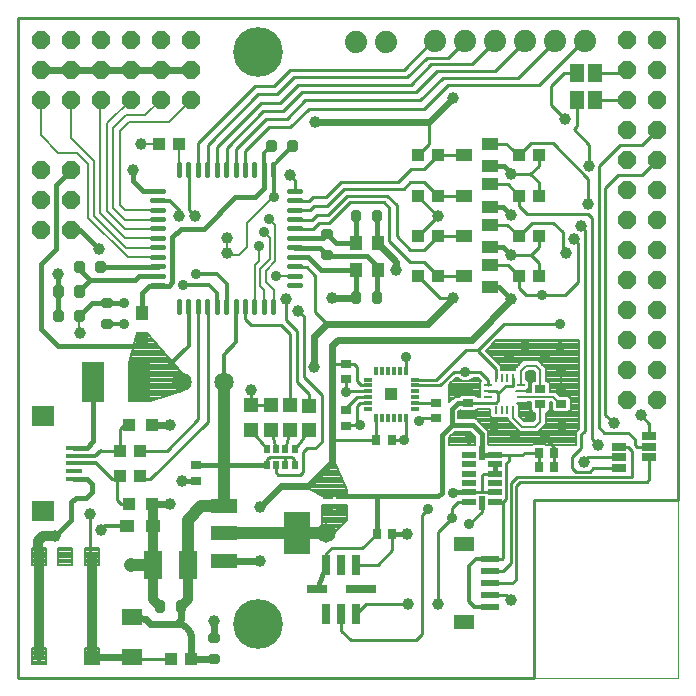
<source format=gtl>
G75*
G70*
%OFA0B0*%
%FSLAX24Y24*%
%IPPOS*%
%LPD*%
%AMOC8*
5,1,8,0,0,1.08239X$1,22.5*
%
%ADD10C,0.0000*%
%ADD11C,0.0100*%
%ADD12R,0.0118X0.0315*%
%ADD13R,0.0315X0.0118*%
%ADD14R,0.0394X0.0394*%
%ADD15R,0.0472X0.0197*%
%ADD16R,0.0197X0.0472*%
%ADD17R,0.0276X0.0354*%
%ADD18R,0.0354X0.0276*%
%ADD19R,0.0256X0.0110*%
%ADD20R,0.0110X0.0256*%
%ADD21R,0.0709X0.0472*%
%ADD22R,0.0610X0.0236*%
%ADD23C,0.0740*%
%ADD24OC8,0.0610*%
%ADD25R,0.0472X0.0472*%
%ADD26C,0.0283*%
%ADD27R,0.0748X0.1339*%
%ADD28R,0.0472X0.0394*%
%ADD29R,0.0394X0.0472*%
%ADD30C,0.0142*%
%ADD31C,0.0394*%
%ADD32R,0.0630X0.0945*%
%ADD33C,0.0083*%
%ADD34R,0.0197X0.0256*%
%ADD35R,0.0413X0.0512*%
%ADD36R,0.0709X0.0551*%
%ADD37R,0.0984X0.0315*%
%ADD38R,0.0657X0.0315*%
%ADD39R,0.0315X0.0657*%
%ADD40R,0.0460X0.0630*%
%ADD41OC8,0.0600*%
%ADD42R,0.0500X0.0250*%
%ADD43R,0.0551X0.0394*%
%ADD44R,0.0433X0.0394*%
%ADD45R,0.0880X0.0480*%
%ADD46R,0.0866X0.1417*%
%ADD47R,0.0394X0.0433*%
%ADD48R,0.0551X0.0138*%
%ADD49R,0.0748X0.0709*%
%ADD50C,0.0160*%
%ADD51C,0.0396*%
%ADD52C,0.0400*%
%ADD53C,0.0320*%
%ADD54C,0.0240*%
%ADD55C,0.0475*%
%ADD56C,0.0120*%
%ADD57C,0.0080*%
%ADD58C,0.0650*%
%ADD59C,0.0357*%
%ADD60C,0.1660*%
D10*
X000403Y002186D02*
X017603Y002186D01*
X022403Y002186D01*
X022403Y008111D01*
X022403Y008261D01*
X022403Y024186D01*
X000403Y024186D01*
X000403Y002186D01*
D11*
X000403Y024186D01*
X022403Y024186D01*
X022403Y008261D01*
X022403Y008111D01*
X017878Y008111D01*
X017603Y008111D01*
X017603Y002186D01*
X011003Y002186D01*
X000403Y002186D01*
X004208Y002811D02*
X005493Y002811D01*
X004208Y002811D02*
X004203Y002867D01*
X002858Y006230D02*
X002793Y006266D01*
X002793Y007646D01*
X003703Y008111D02*
X003825Y007989D01*
X004087Y007989D01*
X003703Y008111D02*
X003703Y008821D01*
X003793Y008911D01*
X003695Y008814D01*
X003525Y008814D01*
X004462Y008911D02*
X004560Y008814D01*
X004810Y008814D01*
X006723Y010726D01*
X006723Y014553D01*
X006408Y014553D02*
X006408Y010801D01*
X005373Y009766D01*
X004467Y009766D01*
X004462Y009761D01*
X003803Y009771D02*
X003803Y010486D01*
X003928Y010611D01*
X004084Y010611D01*
X003803Y009771D02*
X003793Y009761D01*
X003153Y009761D01*
X007982Y014136D02*
X007982Y014553D01*
X007982Y014136D02*
X008163Y013956D01*
X009153Y013956D01*
X009458Y013651D01*
X009458Y011270D01*
X008823Y011275D02*
X008818Y011280D01*
X008183Y011280D01*
X008183Y011796D01*
X008183Y010453D02*
X008685Y009812D01*
X008833Y009546D02*
X009313Y009546D01*
X009313Y009283D01*
X009313Y009282D01*
X009314Y009281D01*
X009315Y009281D01*
X009473Y009546D02*
X009495Y009544D01*
X009517Y009540D01*
X009538Y009532D01*
X009558Y009521D01*
X009576Y009508D01*
X009592Y009492D01*
X009605Y009474D01*
X009616Y009454D01*
X009624Y009433D01*
X009628Y009411D01*
X009630Y009389D01*
X009630Y009281D01*
X009473Y009546D02*
X009313Y009546D01*
X009315Y009812D02*
X009458Y010443D01*
X008823Y010448D02*
X009000Y009812D01*
X008833Y009546D02*
X008810Y009544D01*
X008788Y009539D01*
X008766Y009530D01*
X008747Y009518D01*
X008729Y009503D01*
X008714Y009485D01*
X008702Y009466D01*
X008693Y009444D01*
X008688Y009422D01*
X008686Y009399D01*
X008685Y009399D02*
X008685Y009281D01*
X009000Y009281D02*
X009003Y009278D01*
X009003Y009036D01*
X009073Y008966D01*
X009803Y008966D01*
X009903Y009066D01*
X009903Y009726D01*
X010033Y009856D01*
X010313Y009856D01*
X010523Y010066D01*
X010523Y011606D01*
X009923Y012206D01*
X009923Y014246D01*
X009743Y014426D01*
X009333Y014116D02*
X009693Y013756D01*
X009693Y012066D01*
X010103Y011656D01*
X010103Y011265D01*
X010103Y010438D02*
X009630Y009812D01*
X010103Y010305D02*
X010103Y010438D01*
X010908Y010101D02*
X012342Y010101D01*
X012350Y010110D01*
X012350Y010854D01*
X012055Y011346D02*
X011802Y011346D01*
X011713Y011256D01*
X011713Y010696D01*
X011803Y010606D01*
X011353Y010606D01*
X011338Y010590D01*
X011338Y011102D02*
X011338Y011181D01*
X011699Y011543D01*
X012055Y011543D01*
X012055Y011740D02*
X011369Y011740D01*
X011343Y011726D01*
X011338Y011771D01*
X011338Y012135D01*
X011693Y012076D02*
X011693Y012536D01*
X011593Y012636D01*
X011348Y012636D01*
X011338Y012647D01*
X010883Y012647D01*
X010873Y012636D01*
X011693Y012076D02*
X011832Y011937D01*
X012055Y011937D01*
X013335Y012429D02*
X013335Y012894D01*
X013335Y012895D01*
X013334Y012896D01*
X013333Y012896D01*
X013630Y012133D02*
X014350Y012133D01*
X015328Y013111D01*
X015728Y013111D01*
X015728Y013086D01*
X016322Y012492D01*
X016322Y012191D01*
X016078Y012121D02*
X015813Y012386D01*
X015313Y012386D01*
X014923Y012386D01*
X014473Y011936D01*
X014273Y011936D01*
X014272Y011937D01*
X013630Y011937D01*
X013630Y011346D02*
X014336Y011346D01*
X014339Y011347D01*
X014341Y011349D01*
X014342Y011352D01*
X014329Y010854D02*
X013870Y010854D01*
X013763Y010746D01*
X013335Y010854D02*
X013335Y010168D01*
X013333Y010154D01*
X013329Y010141D01*
X013321Y010129D01*
X013312Y010120D01*
X013300Y010112D01*
X013287Y010108D01*
X013273Y010106D01*
X012858Y010106D01*
X012853Y010101D01*
X014329Y010854D02*
X014334Y010853D01*
X014339Y010850D01*
X014342Y010845D01*
X014343Y010840D01*
X014943Y011856D02*
X014983Y011857D01*
X015408Y011857D01*
X015418Y011356D02*
X016078Y011356D01*
X016322Y011356D01*
X016413Y011446D01*
X016413Y011676D01*
X016663Y011927D01*
X016913Y011927D01*
X016913Y012191D01*
X016413Y011676D02*
X016339Y011750D01*
X016078Y011750D01*
X016078Y011947D02*
X016078Y012121D01*
X015418Y011356D02*
X015408Y011345D01*
X015858Y009668D02*
X015897Y009629D01*
X016291Y009629D02*
X016728Y009629D01*
X016778Y009579D01*
X016778Y009436D01*
X016653Y009311D01*
X016653Y008136D01*
X016570Y008054D01*
X016503Y008054D01*
X016578Y007979D01*
X016578Y006186D01*
X016528Y006136D01*
X016138Y006136D01*
X016156Y005761D02*
X016138Y005743D01*
X016156Y005761D02*
X016578Y005761D01*
X016828Y006011D01*
X016828Y007486D01*
X016828Y008686D01*
X017028Y008886D01*
X017303Y008886D01*
X017353Y008886D01*
X020853Y008886D01*
X020853Y009761D01*
X020728Y009886D01*
X020428Y009886D01*
X020428Y009536D02*
X019403Y009536D01*
X019253Y009386D01*
X019578Y009186D02*
X019453Y009061D01*
X019003Y009061D01*
X018878Y009186D01*
X018878Y009561D01*
X019178Y009861D01*
X019178Y009911D01*
X019178Y010301D01*
X019258Y010381D01*
X019293Y010416D01*
X019293Y017126D01*
X019153Y017266D01*
X018933Y016806D02*
X019053Y016686D01*
X019053Y015376D01*
X018623Y014946D01*
X017883Y014946D01*
X017343Y014946D01*
X017093Y015196D01*
X017093Y015586D01*
X016744Y015960D01*
X016136Y015960D01*
X016843Y016276D02*
X017493Y016276D01*
X017762Y016546D01*
X017762Y016911D01*
X017538Y017356D02*
X017093Y016911D01*
X016694Y017285D01*
X016136Y017285D01*
X015269Y016911D02*
X014387Y016911D01*
X013937Y016461D01*
X013478Y016461D01*
X013028Y016911D01*
X013028Y017936D01*
X012703Y018261D01*
X011378Y018261D01*
X010728Y017611D01*
X010353Y017611D01*
X010207Y017466D01*
X009636Y017466D01*
X009636Y017151D02*
X010243Y017151D01*
X010428Y017336D01*
X010778Y017336D01*
X011478Y018036D01*
X012603Y018036D01*
X012778Y017861D01*
X012778Y016736D01*
X013478Y016036D01*
X013937Y016036D01*
X014387Y015586D01*
X015269Y015586D01*
X014893Y014836D02*
X014468Y014836D01*
X013718Y015586D01*
X013718Y016911D02*
X014393Y017586D01*
X014393Y017596D01*
X014383Y017596D01*
X013718Y018261D01*
X013937Y018711D02*
X013478Y018711D01*
X013253Y018486D01*
X011278Y018486D01*
X010703Y017911D01*
X010278Y017911D01*
X010147Y017781D01*
X009636Y017781D01*
X009636Y018096D02*
X010112Y018096D01*
X010228Y018211D01*
X010678Y018211D01*
X011178Y018711D01*
X013053Y018711D01*
X013503Y019161D01*
X013937Y019161D01*
X014387Y019611D01*
X015269Y019611D01*
X016136Y019985D02*
X016669Y019985D01*
X017093Y019611D01*
X017508Y020026D01*
X018223Y020026D01*
X019393Y018826D01*
X019393Y017996D01*
X019403Y017646D02*
X019523Y017526D01*
X019523Y010266D01*
X019523Y010141D01*
X019728Y009936D01*
X019928Y010361D02*
X020728Y010361D01*
X020953Y010136D01*
X020953Y009961D01*
X021028Y009886D01*
X021428Y009886D01*
X021303Y009836D01*
X021428Y009536D02*
X021428Y008836D01*
X021428Y008811D01*
X021353Y008711D01*
X019928Y008711D01*
X017353Y008711D01*
X017128Y008711D01*
X017003Y008586D01*
X017003Y008236D01*
X017003Y006286D01*
X017003Y005461D01*
X016878Y005336D01*
X016853Y005336D01*
X016150Y005336D01*
X016138Y005349D01*
X016138Y004955D02*
X016659Y004955D01*
X016828Y004786D01*
X014403Y004636D02*
X014403Y007056D01*
X014853Y007506D01*
X014853Y007846D01*
X015060Y008054D01*
X015424Y008054D01*
X015424Y008369D02*
X015828Y008369D01*
X015878Y008419D01*
X015878Y008936D01*
X015940Y008999D01*
X016291Y008999D01*
X016291Y008369D02*
X015828Y008369D01*
X015858Y008015D02*
X015858Y007721D01*
X015443Y007306D01*
X016291Y008054D02*
X016503Y008054D01*
X017767Y009201D02*
X017767Y009671D01*
X017279Y009671D01*
X017236Y009629D01*
X016728Y009629D01*
X017978Y010186D02*
X018278Y009885D01*
X018278Y009671D01*
X018278Y009201D01*
X019578Y009186D02*
X020428Y009186D01*
X019928Y010361D02*
X019753Y010536D01*
X019753Y010636D01*
X019753Y019261D01*
X020453Y019961D01*
X021203Y019961D01*
X021703Y020461D01*
X021703Y019461D02*
X021203Y018961D01*
X020403Y018961D01*
X019973Y018531D01*
X019973Y010966D01*
X020253Y010686D01*
X021103Y010936D02*
X021153Y010936D01*
X021428Y010661D01*
X021428Y010236D01*
X018473Y013976D02*
X016593Y013976D01*
X015728Y013111D01*
X014653Y013456D02*
X014633Y013436D01*
X017493Y016276D02*
X017762Y016007D01*
X017762Y015586D01*
X018553Y016476D02*
X018553Y017046D01*
X018243Y017356D01*
X017538Y017356D01*
X017373Y017646D02*
X019403Y017646D01*
X018553Y016476D02*
X018683Y016346D01*
X017373Y017646D02*
X017093Y017926D01*
X017093Y018261D01*
X016719Y018635D01*
X016136Y018635D01*
X016843Y018986D02*
X017483Y018986D01*
X017762Y018707D01*
X017762Y018261D01*
X017483Y018986D02*
X017762Y019266D01*
X017762Y019611D01*
X018923Y020476D02*
X019443Y019956D01*
X019443Y019266D01*
X018923Y020476D02*
X019023Y020576D01*
X019023Y021456D01*
X019028Y021461D01*
X019628Y021461D02*
X020703Y021461D01*
X020603Y022361D02*
X019628Y022361D01*
X019028Y022361D02*
X019023Y022356D01*
X018613Y022356D01*
X018158Y021902D01*
X018158Y021290D01*
X018418Y021031D01*
X018633Y020826D01*
X017773Y021966D02*
X019218Y023411D01*
X019293Y023411D01*
X018293Y023411D02*
X017078Y022196D01*
X014563Y022196D01*
X013803Y021436D01*
X009978Y021436D01*
X009353Y020811D01*
X008678Y020811D01*
X007668Y019801D01*
X007668Y019120D01*
X007982Y019120D02*
X007982Y019741D01*
X008778Y020536D01*
X009478Y020536D01*
X010103Y021161D01*
X013928Y021161D01*
X014733Y021966D01*
X017773Y021966D01*
X017293Y023411D02*
X016298Y022416D01*
X014358Y022416D01*
X013653Y021711D01*
X009853Y021711D01*
X009228Y021086D01*
X008578Y021086D01*
X007353Y019861D01*
X007353Y019120D01*
X007038Y019120D02*
X007038Y019896D01*
X008503Y021361D01*
X009128Y021361D01*
X009728Y021961D01*
X013503Y021961D01*
X014178Y022636D01*
X015518Y022636D01*
X016293Y023411D01*
X015293Y023411D02*
X014738Y022856D01*
X014023Y022856D01*
X013378Y022211D01*
X009603Y022211D01*
X009028Y021636D01*
X008403Y021636D01*
X006723Y019956D01*
X006723Y019120D01*
X006408Y019120D02*
X006408Y020016D01*
X008303Y021911D01*
X008928Y021911D01*
X009478Y022461D01*
X013253Y022461D01*
X014203Y023411D01*
X014293Y023411D01*
X014103Y020726D02*
X014103Y020706D01*
X014103Y019996D01*
X013718Y019611D01*
X013937Y018711D02*
X014387Y018261D01*
X015269Y018261D01*
X010703Y013996D02*
X010313Y014386D01*
X010313Y015596D01*
X010017Y015891D01*
X009636Y015891D01*
X009333Y014806D02*
X009333Y014116D01*
X006303Y017586D02*
X006093Y017796D01*
X006093Y019120D01*
X009453Y018936D02*
X009636Y018753D01*
X009636Y018411D01*
X010908Y010101D02*
X010897Y010099D01*
X010887Y010094D01*
X010880Y010087D01*
X010875Y010077D01*
X010873Y010066D01*
X012357Y006991D02*
X011877Y006511D01*
X010853Y006511D01*
X010678Y006336D01*
X010678Y005949D01*
X011678Y005949D02*
X012391Y005949D01*
X012878Y006436D01*
X012878Y006982D01*
X012868Y006991D01*
X013853Y007606D02*
X014053Y007806D01*
X013853Y007606D02*
X013853Y003636D01*
X013653Y003436D01*
X011503Y003436D01*
X011178Y003761D01*
X011178Y004323D01*
X011678Y004323D02*
X011991Y004636D01*
X013391Y004636D01*
X020603Y022361D02*
X020703Y022461D01*
D12*
X013335Y012429D03*
X013138Y012429D03*
X012941Y012429D03*
X012744Y012429D03*
X012547Y012429D03*
X012350Y012429D03*
X012350Y010854D03*
X012547Y010854D03*
X012744Y010854D03*
X012941Y010854D03*
X013138Y010854D03*
X013335Y010854D03*
D13*
X013630Y011149D03*
X013630Y011346D03*
X013630Y011543D03*
X013630Y011740D03*
X013630Y011937D03*
X013630Y012133D03*
X012055Y012133D03*
X012055Y011937D03*
X012055Y011740D03*
X012055Y011543D03*
X012055Y011346D03*
X012055Y011149D03*
D14*
X012843Y011641D03*
X004871Y010611D03*
X004084Y010611D03*
X004084Y007986D03*
X004871Y007986D03*
D15*
X015424Y008054D03*
X015424Y008369D03*
X015424Y008684D03*
X015424Y008999D03*
X015424Y009314D03*
X015424Y009629D03*
X016291Y009629D03*
X016291Y009314D03*
X016291Y008999D03*
X016291Y008684D03*
X016291Y008369D03*
X016291Y008054D03*
D16*
X015858Y008015D03*
X015858Y009668D03*
D17*
X017767Y009671D03*
X017767Y009201D03*
X018278Y009201D03*
X018278Y009671D03*
X012868Y006991D03*
X012357Y006991D03*
X012342Y010101D03*
X012853Y010101D03*
D18*
X011338Y010590D03*
X011338Y011102D03*
X011338Y012135D03*
X011338Y012647D03*
X014343Y011352D03*
X014343Y010840D03*
X015408Y011345D03*
X015408Y011857D03*
X017813Y011812D03*
X017813Y011300D03*
X018503Y011320D03*
X018503Y011832D03*
X011153Y008267D03*
X010728Y008267D03*
X010728Y007755D03*
X011153Y007755D03*
X006318Y008760D03*
X006318Y009272D03*
D19*
X016078Y011356D03*
X016078Y011553D03*
X016078Y011750D03*
X016078Y011947D03*
X017157Y011947D03*
X017157Y011750D03*
X017157Y011553D03*
X017157Y011356D03*
D20*
X016913Y011112D03*
X016716Y011112D03*
X016519Y011112D03*
X016322Y011112D03*
X016322Y012191D03*
X016519Y012191D03*
X016716Y012191D03*
X016913Y012191D03*
D21*
X015262Y006648D03*
X015262Y004050D03*
D22*
X016138Y004562D03*
X016138Y004955D03*
X016138Y005349D03*
X016138Y005743D03*
X016138Y006136D03*
D23*
X016293Y023411D03*
X017293Y023411D03*
X018293Y023411D03*
X019293Y023411D03*
X015293Y023411D03*
X014293Y023411D03*
X012653Y023386D03*
X011653Y023386D03*
D24*
X002153Y019111D03*
X002153Y018111D03*
X002153Y017111D03*
X001153Y017111D03*
X001153Y018111D03*
X001153Y019111D03*
D25*
X008183Y011280D03*
X008823Y011275D03*
X009458Y011270D03*
X010103Y011265D03*
X010103Y010438D03*
X009458Y010443D03*
X008823Y010448D03*
X008183Y010453D03*
D26*
X011714Y014786D02*
X011714Y014936D01*
X011714Y014786D02*
X011642Y014786D01*
X011642Y014936D01*
X011714Y014936D01*
X012414Y014936D02*
X012414Y014786D01*
X012342Y014786D01*
X012342Y014936D01*
X012414Y014936D01*
X010628Y016250D02*
X010628Y016322D01*
X010778Y016322D01*
X010778Y016250D01*
X010628Y016250D01*
X010628Y016950D02*
X010628Y017022D01*
X010778Y017022D01*
X010778Y016950D01*
X010628Y016950D01*
X011714Y017511D02*
X011714Y017661D01*
X011714Y017511D02*
X011642Y017511D01*
X011642Y017661D01*
X011714Y017661D01*
X012414Y017661D02*
X012414Y017511D01*
X012342Y017511D01*
X012342Y017661D01*
X012414Y017661D01*
X009584Y019836D02*
X009584Y019986D01*
X009584Y019836D02*
X009512Y019836D01*
X009512Y019986D01*
X009584Y019986D01*
X008884Y019986D02*
X008884Y019836D01*
X008812Y019836D01*
X008812Y019986D01*
X008884Y019986D01*
X003448Y014712D02*
X003298Y014712D01*
X003448Y014712D02*
X003448Y014640D01*
X003298Y014640D01*
X003298Y014712D01*
X003298Y014012D02*
X003448Y014012D01*
X003448Y013940D01*
X003298Y013940D01*
X003298Y014012D01*
X002484Y014176D02*
X002412Y014176D01*
X002412Y014326D01*
X002484Y014326D01*
X002484Y014176D01*
X002484Y015146D02*
X002412Y015146D01*
X002484Y015146D02*
X002484Y014996D01*
X002412Y014996D01*
X002412Y015146D01*
X001784Y015146D02*
X001712Y015146D01*
X001784Y015146D02*
X001784Y014996D01*
X001712Y014996D01*
X001712Y015146D01*
X002484Y015816D02*
X002484Y015966D01*
X002484Y015816D02*
X002412Y015816D01*
X002412Y015966D01*
X002484Y015966D01*
X003184Y015966D02*
X003184Y015816D01*
X003112Y015816D01*
X003112Y015966D01*
X003184Y015966D01*
X001784Y014176D02*
X001712Y014176D01*
X001712Y014326D01*
X001784Y014326D01*
X001784Y014176D01*
X005164Y004636D02*
X005164Y004486D01*
X005092Y004486D01*
X005092Y004636D01*
X005164Y004636D01*
X005864Y004636D02*
X005864Y004486D01*
X005792Y004486D01*
X005792Y004636D01*
X005864Y004636D01*
X006853Y003547D02*
X007003Y003547D01*
X007003Y003475D01*
X006853Y003475D01*
X006853Y003547D01*
X006853Y002847D02*
X007003Y002847D01*
X007003Y002775D01*
X006853Y002775D01*
X006853Y002847D01*
D27*
X004445Y012036D03*
X002910Y012036D03*
D28*
X004019Y007261D03*
X004886Y007261D03*
D29*
X004523Y013483D03*
X004523Y014349D03*
D30*
X005273Y015245D02*
X005273Y015279D01*
X005273Y015245D02*
X004865Y015245D01*
X004865Y015279D01*
X005273Y015279D01*
X005273Y015560D02*
X005273Y015594D01*
X005273Y015560D02*
X004865Y015560D01*
X004865Y015594D01*
X005273Y015594D01*
X005273Y015874D02*
X005273Y015908D01*
X005273Y015874D02*
X004865Y015874D01*
X004865Y015908D01*
X005273Y015908D01*
X005273Y016189D02*
X005273Y016223D01*
X005273Y016189D02*
X004865Y016189D01*
X004865Y016223D01*
X005273Y016223D01*
X005273Y016504D02*
X005273Y016538D01*
X005273Y016504D02*
X004865Y016504D01*
X004865Y016538D01*
X005273Y016538D01*
X005273Y016819D02*
X005273Y016853D01*
X005273Y016819D02*
X004865Y016819D01*
X004865Y016853D01*
X005273Y016853D01*
X005273Y017134D02*
X005273Y017168D01*
X005273Y017134D02*
X004865Y017134D01*
X004865Y017168D01*
X005273Y017168D01*
X005273Y017449D02*
X005273Y017483D01*
X005273Y017449D02*
X004865Y017449D01*
X004865Y017483D01*
X005273Y017483D01*
X005273Y017764D02*
X005273Y017798D01*
X005273Y017764D02*
X004865Y017764D01*
X004865Y017798D01*
X005273Y017798D01*
X005273Y018079D02*
X005273Y018113D01*
X005273Y018079D02*
X004865Y018079D01*
X004865Y018113D01*
X005273Y018113D01*
X005273Y018394D02*
X005273Y018428D01*
X005273Y018394D02*
X004865Y018394D01*
X004865Y018428D01*
X005273Y018428D01*
X005795Y018916D02*
X005795Y019324D01*
X005795Y018916D02*
X005761Y018916D01*
X005761Y019324D01*
X005795Y019324D01*
X005795Y019057D02*
X005761Y019057D01*
X005761Y019198D02*
X005795Y019198D01*
X006110Y019324D02*
X006110Y018916D01*
X006076Y018916D01*
X006076Y019324D01*
X006110Y019324D01*
X006110Y019057D02*
X006076Y019057D01*
X006076Y019198D02*
X006110Y019198D01*
X006425Y019324D02*
X006425Y018916D01*
X006391Y018916D01*
X006391Y019324D01*
X006425Y019324D01*
X006425Y019057D02*
X006391Y019057D01*
X006391Y019198D02*
X006425Y019198D01*
X006740Y019324D02*
X006740Y018916D01*
X006706Y018916D01*
X006706Y019324D01*
X006740Y019324D01*
X006740Y019057D02*
X006706Y019057D01*
X006706Y019198D02*
X006740Y019198D01*
X007055Y019324D02*
X007055Y018916D01*
X007021Y018916D01*
X007021Y019324D01*
X007055Y019324D01*
X007055Y019057D02*
X007021Y019057D01*
X007021Y019198D02*
X007055Y019198D01*
X007370Y019324D02*
X007370Y018916D01*
X007336Y018916D01*
X007336Y019324D01*
X007370Y019324D01*
X007370Y019057D02*
X007336Y019057D01*
X007336Y019198D02*
X007370Y019198D01*
X007685Y019324D02*
X007685Y018916D01*
X007651Y018916D01*
X007651Y019324D01*
X007685Y019324D01*
X007685Y019057D02*
X007651Y019057D01*
X007651Y019198D02*
X007685Y019198D01*
X007999Y019324D02*
X007999Y018916D01*
X007965Y018916D01*
X007965Y019324D01*
X007999Y019324D01*
X007999Y019057D02*
X007965Y019057D01*
X007965Y019198D02*
X007999Y019198D01*
X008314Y019324D02*
X008314Y018916D01*
X008280Y018916D01*
X008280Y019324D01*
X008314Y019324D01*
X008314Y019057D02*
X008280Y019057D01*
X008280Y019198D02*
X008314Y019198D01*
X008629Y019324D02*
X008629Y018916D01*
X008595Y018916D01*
X008595Y019324D01*
X008629Y019324D01*
X008629Y019057D02*
X008595Y019057D01*
X008595Y019198D02*
X008629Y019198D01*
X008944Y019324D02*
X008944Y018916D01*
X008910Y018916D01*
X008910Y019324D01*
X008944Y019324D01*
X008944Y019057D02*
X008910Y019057D01*
X008910Y019198D02*
X008944Y019198D01*
X009840Y018428D02*
X009840Y018394D01*
X009432Y018394D01*
X009432Y018428D01*
X009840Y018428D01*
X009840Y018113D02*
X009840Y018079D01*
X009432Y018079D01*
X009432Y018113D01*
X009840Y018113D01*
X009840Y017798D02*
X009840Y017764D01*
X009432Y017764D01*
X009432Y017798D01*
X009840Y017798D01*
X009840Y017483D02*
X009840Y017449D01*
X009432Y017449D01*
X009432Y017483D01*
X009840Y017483D01*
X009840Y017168D02*
X009840Y017134D01*
X009432Y017134D01*
X009432Y017168D01*
X009840Y017168D01*
X009840Y016853D02*
X009840Y016819D01*
X009432Y016819D01*
X009432Y016853D01*
X009840Y016853D01*
X009840Y016538D02*
X009840Y016504D01*
X009432Y016504D01*
X009432Y016538D01*
X009840Y016538D01*
X009840Y016223D02*
X009840Y016189D01*
X009432Y016189D01*
X009432Y016223D01*
X009840Y016223D01*
X009840Y015908D02*
X009840Y015874D01*
X009432Y015874D01*
X009432Y015908D01*
X009840Y015908D01*
X009840Y015594D02*
X009840Y015560D01*
X009432Y015560D01*
X009432Y015594D01*
X009840Y015594D01*
X009840Y015279D02*
X009840Y015245D01*
X009432Y015245D01*
X009432Y015279D01*
X009840Y015279D01*
X008944Y014757D02*
X008944Y014349D01*
X008910Y014349D01*
X008910Y014757D01*
X008944Y014757D01*
X008944Y014490D02*
X008910Y014490D01*
X008910Y014631D02*
X008944Y014631D01*
X008629Y014757D02*
X008629Y014349D01*
X008595Y014349D01*
X008595Y014757D01*
X008629Y014757D01*
X008629Y014490D02*
X008595Y014490D01*
X008595Y014631D02*
X008629Y014631D01*
X008314Y014757D02*
X008314Y014349D01*
X008280Y014349D01*
X008280Y014757D01*
X008314Y014757D01*
X008314Y014490D02*
X008280Y014490D01*
X008280Y014631D02*
X008314Y014631D01*
X007999Y014757D02*
X007999Y014349D01*
X007965Y014349D01*
X007965Y014757D01*
X007999Y014757D01*
X007999Y014490D02*
X007965Y014490D01*
X007965Y014631D02*
X007999Y014631D01*
X007685Y014757D02*
X007685Y014349D01*
X007651Y014349D01*
X007651Y014757D01*
X007685Y014757D01*
X007685Y014490D02*
X007651Y014490D01*
X007651Y014631D02*
X007685Y014631D01*
X007370Y014757D02*
X007370Y014349D01*
X007336Y014349D01*
X007336Y014757D01*
X007370Y014757D01*
X007370Y014490D02*
X007336Y014490D01*
X007336Y014631D02*
X007370Y014631D01*
X007055Y014757D02*
X007055Y014349D01*
X007021Y014349D01*
X007021Y014757D01*
X007055Y014757D01*
X007055Y014490D02*
X007021Y014490D01*
X007021Y014631D02*
X007055Y014631D01*
X006740Y014757D02*
X006740Y014349D01*
X006706Y014349D01*
X006706Y014757D01*
X006740Y014757D01*
X006740Y014490D02*
X006706Y014490D01*
X006706Y014631D02*
X006740Y014631D01*
X006425Y014757D02*
X006425Y014349D01*
X006391Y014349D01*
X006391Y014757D01*
X006425Y014757D01*
X006425Y014490D02*
X006391Y014490D01*
X006391Y014631D02*
X006425Y014631D01*
X006110Y014757D02*
X006110Y014349D01*
X006076Y014349D01*
X006076Y014757D01*
X006110Y014757D01*
X006110Y014490D02*
X006076Y014490D01*
X006076Y014631D02*
X006110Y014631D01*
X005795Y014757D02*
X005795Y014349D01*
X005761Y014349D01*
X005761Y014757D01*
X005795Y014757D01*
X005795Y014490D02*
X005761Y014490D01*
X005761Y014631D02*
X005795Y014631D01*
D31*
X007353Y016836D03*
D32*
X006068Y005936D03*
X004887Y005936D03*
D33*
X002624Y005956D02*
X002624Y006504D01*
X003092Y006504D01*
X003092Y005956D01*
X002624Y005956D01*
X002624Y006038D02*
X003092Y006038D01*
X003092Y006120D02*
X002624Y006120D01*
X002624Y006202D02*
X003092Y006202D01*
X003092Y006284D02*
X002624Y006284D01*
X002624Y006366D02*
X003092Y006366D01*
X003092Y006448D02*
X002624Y006448D01*
X001739Y006504D02*
X001739Y005956D01*
X001739Y006504D02*
X002207Y006504D01*
X002207Y005956D01*
X001739Y005956D01*
X001739Y006038D02*
X002207Y006038D01*
X002207Y006120D02*
X001739Y006120D01*
X001739Y006202D02*
X002207Y006202D01*
X002207Y006284D02*
X001739Y006284D01*
X001739Y006366D02*
X002207Y006366D01*
X002207Y006448D02*
X001739Y006448D01*
X000853Y006504D02*
X000853Y005956D01*
X000853Y006504D02*
X001321Y006504D01*
X001321Y005956D01*
X000853Y005956D01*
X000853Y006038D02*
X001321Y006038D01*
X001321Y006120D02*
X000853Y006120D01*
X000853Y006202D02*
X001321Y006202D01*
X001321Y006284D02*
X000853Y006284D01*
X000853Y006366D02*
X001321Y006366D01*
X001321Y006448D02*
X000853Y006448D01*
X000853Y003197D02*
X000853Y002649D01*
X000853Y003197D02*
X001321Y003197D01*
X001321Y002649D01*
X000853Y002649D01*
X000853Y002731D02*
X001321Y002731D01*
X001321Y002813D02*
X000853Y002813D01*
X000853Y002895D02*
X001321Y002895D01*
X001321Y002977D02*
X000853Y002977D01*
X000853Y003059D02*
X001321Y003059D01*
X001321Y003141D02*
X000853Y003141D01*
X002624Y003197D02*
X002624Y002649D01*
X002624Y003197D02*
X003092Y003197D01*
X003092Y002649D01*
X002624Y002649D01*
X002624Y002731D02*
X003092Y002731D01*
X003092Y002813D02*
X002624Y002813D01*
X002624Y002895D02*
X003092Y002895D01*
X003092Y002977D02*
X002624Y002977D01*
X002624Y003059D02*
X003092Y003059D01*
X003092Y003141D02*
X002624Y003141D01*
D34*
X008685Y009281D03*
X009000Y009281D03*
X009315Y009281D03*
X009630Y009281D03*
X009630Y009812D03*
X009315Y009812D03*
X009000Y009812D03*
X008685Y009812D03*
D35*
X011663Y015784D03*
X012392Y015784D03*
X012392Y016689D03*
X011663Y016689D03*
D36*
X004203Y004206D03*
X004203Y002867D03*
D37*
X011827Y005136D03*
D38*
X010365Y005136D03*
D39*
X010678Y005949D03*
X011178Y005949D03*
X011678Y005949D03*
X011678Y004323D03*
X011178Y004323D03*
X010678Y004323D03*
D40*
X019028Y021461D03*
X019628Y021461D03*
X019628Y022361D03*
X019028Y022361D03*
D41*
X020703Y022461D03*
X020703Y021461D03*
X020703Y020461D03*
X021703Y020461D03*
X021703Y021461D03*
X021703Y022461D03*
X021703Y023461D03*
X020703Y023461D03*
X020703Y019461D03*
X020703Y018461D03*
X020703Y017461D03*
X020703Y016461D03*
X020703Y015461D03*
X020703Y014461D03*
X020703Y013461D03*
X020703Y012461D03*
X020703Y011461D03*
X021703Y011461D03*
X021703Y012461D03*
X021703Y013461D03*
X021703Y014461D03*
X021703Y015461D03*
X021703Y016461D03*
X021703Y017461D03*
X021703Y018461D03*
X021703Y019461D03*
X006153Y021461D03*
X006153Y022461D03*
X006153Y023461D03*
X005153Y023461D03*
X005153Y022461D03*
X005153Y021461D03*
X004153Y021461D03*
X004153Y022461D03*
X004153Y023461D03*
X003153Y023461D03*
X003153Y022461D03*
X003153Y021461D03*
X002153Y021461D03*
X002153Y022461D03*
X002153Y023461D03*
X001153Y023461D03*
X001153Y022461D03*
X001153Y021461D03*
D42*
X020428Y009886D03*
X020428Y009536D03*
X020428Y009186D03*
X021428Y009536D03*
X021428Y009886D03*
X021428Y010236D03*
D43*
X016136Y015212D03*
X016136Y015960D03*
X016136Y016537D03*
X016136Y017285D03*
X016136Y017887D03*
X016136Y018635D03*
X016136Y019237D03*
X016136Y019985D03*
X015269Y019611D03*
X015269Y018261D03*
X015269Y016911D03*
X015269Y015586D03*
D44*
X014387Y015586D03*
X013718Y015586D03*
X013718Y016911D03*
X014387Y016911D03*
X014387Y018261D03*
X013718Y018261D03*
X013718Y019611D03*
X014387Y019611D03*
X017093Y019611D03*
X017762Y019611D03*
X017762Y018261D03*
X017093Y018261D03*
X017093Y016911D03*
X017762Y016911D03*
X017762Y015586D03*
X017093Y015586D03*
X004462Y009761D03*
X003793Y009761D03*
X003793Y008911D03*
X004462Y008911D03*
D45*
X007273Y007916D03*
X007273Y007006D03*
X007273Y006096D03*
D46*
X009713Y007006D03*
D47*
X006162Y002811D03*
X005493Y002811D03*
X005777Y019991D03*
X005108Y019991D03*
D48*
X002271Y009848D03*
X002271Y009592D03*
X002271Y009336D03*
X002271Y009080D03*
X002271Y008825D03*
D49*
X001228Y007762D03*
X001228Y010911D03*
D50*
X002271Y009848D02*
X002689Y009848D01*
X002910Y010069D01*
X002910Y012036D01*
X001733Y013236D02*
X004503Y013236D01*
X004523Y013256D01*
X004523Y014349D02*
X004523Y015016D01*
X004768Y015261D01*
X005069Y015261D01*
X005069Y015262D01*
X005418Y015262D01*
X005543Y015376D01*
X005543Y016896D01*
X005823Y017166D01*
X006593Y017166D01*
X007643Y018216D01*
X008313Y018216D01*
X008612Y018516D01*
X008612Y019120D01*
X009636Y016836D02*
X010553Y016836D01*
X010703Y016986D01*
X011000Y016689D01*
X011663Y016689D01*
X011678Y016703D01*
X011678Y017586D01*
X012378Y017586D02*
X012378Y016703D01*
X012392Y016689D01*
X012028Y016236D02*
X012392Y015872D01*
X012392Y015784D01*
X012378Y015769D01*
X012378Y014861D01*
X011678Y014861D02*
X011678Y015769D01*
X011663Y015784D01*
X010505Y015784D01*
X010082Y016206D01*
X009636Y016206D01*
X009636Y016521D02*
X010468Y016521D01*
X010703Y016286D01*
X010753Y016236D01*
X012028Y016236D01*
X016136Y016537D02*
X016582Y016537D01*
X016843Y016276D01*
X016437Y015212D02*
X016136Y015212D01*
X016437Y015212D02*
X016843Y014806D01*
X016843Y017626D02*
X016582Y017887D01*
X016136Y017887D01*
X016843Y018986D02*
X016592Y019237D01*
X016136Y019237D01*
X015408Y011345D02*
X015052Y011345D01*
X014863Y011156D01*
X014863Y010616D01*
X015563Y010616D01*
X015858Y010321D01*
X015858Y009668D01*
X015897Y009629D02*
X016291Y009629D01*
X016291Y009314D02*
X016291Y008999D01*
X015424Y008369D02*
X014935Y008369D01*
X014929Y008371D01*
X014923Y008372D01*
X014917Y008370D01*
X014912Y008366D01*
X014533Y008356D02*
X014413Y008236D01*
X012641Y008236D01*
X012353Y008236D01*
X012357Y008232D01*
X012357Y007812D01*
X012357Y006991D01*
X012353Y006987D01*
X012868Y006991D02*
X013358Y006991D01*
X013363Y006996D01*
X013353Y006986D01*
X012353Y008236D02*
X011183Y008236D01*
X011153Y008267D01*
X010678Y005949D02*
X010365Y005136D01*
X007253Y009246D02*
X007255Y009257D01*
X007259Y009266D01*
X007267Y009274D01*
X007276Y009278D01*
X007287Y009280D01*
X007287Y009281D02*
X008685Y009281D01*
X007253Y009296D02*
X007228Y009272D01*
X006318Y009272D01*
X006318Y008760D02*
X005858Y008760D01*
X005853Y008766D01*
X004087Y007989D02*
X004084Y007986D01*
X002878Y008386D02*
X002678Y008186D01*
X002328Y008186D01*
X002178Y008036D01*
X002178Y007461D01*
X001628Y006911D01*
X002878Y008386D02*
X002878Y008636D01*
X002689Y008825D01*
X002271Y008825D01*
X001733Y013236D02*
X001153Y013816D01*
X001153Y015996D01*
X001653Y016496D01*
X001653Y018606D01*
X002153Y019106D01*
X002153Y019111D01*
X002153Y017111D02*
X002478Y017111D01*
X003103Y016486D01*
X003148Y015891D02*
X003648Y015891D01*
X005069Y015891D01*
X005069Y015577D02*
X004443Y015577D01*
X004303Y015436D01*
X002813Y015436D01*
X002448Y015801D01*
X002448Y015891D01*
X002813Y015436D02*
X002448Y015071D01*
X002873Y014676D02*
X003373Y014676D01*
X003943Y014676D01*
X002873Y014676D02*
X002448Y014251D01*
X001748Y014251D02*
X001748Y015071D01*
X001748Y015661D01*
X001743Y015666D01*
X004568Y018411D02*
X004233Y018746D01*
X004233Y019106D01*
X004568Y018411D02*
X005069Y018411D01*
X014533Y010286D02*
X014533Y008356D01*
X014533Y010286D02*
X014863Y010616D01*
D51*
X013363Y006996D03*
X013391Y004636D03*
X014403Y004636D03*
X016828Y004786D03*
X019253Y009386D03*
X019728Y009936D03*
X020253Y010686D03*
X021153Y010936D03*
X016843Y014806D03*
X016843Y016276D03*
X016843Y017626D03*
X016843Y018986D03*
X018633Y020826D03*
X019443Y019266D03*
X019393Y017996D03*
X019153Y017266D03*
X018933Y016806D03*
X018683Y016346D03*
X014893Y014836D03*
X013003Y015786D03*
X014393Y017596D03*
X010878Y014861D03*
X009743Y014426D03*
X009333Y014806D03*
X010283Y012546D03*
X008183Y011796D03*
X005453Y010616D03*
X005853Y008766D03*
X005473Y007986D03*
X003163Y007116D03*
X002793Y007646D03*
X001628Y006911D03*
X006923Y004096D03*
X008463Y006096D03*
X008463Y007876D03*
X002453Y013686D03*
X001743Y015666D03*
X003103Y016486D03*
X004233Y019106D03*
X004513Y019986D03*
X005783Y017586D03*
X006303Y017586D03*
X007378Y016336D03*
X009453Y018936D03*
X010303Y020726D03*
X014893Y021516D03*
D52*
X007253Y012046D02*
X007253Y009296D01*
X007253Y009246D01*
X007253Y007936D01*
X007273Y007916D01*
X006513Y007916D01*
X006053Y007456D01*
X006053Y005952D01*
X006068Y005936D01*
X004887Y005936D02*
X004153Y005936D01*
X004887Y007260D02*
X004886Y007261D01*
X007273Y007006D02*
X009713Y007006D01*
X009733Y007026D01*
X010673Y007026D01*
D53*
X006068Y005936D02*
X006068Y004802D01*
X005828Y004561D01*
X005128Y004561D02*
X004887Y004802D01*
X004887Y005936D01*
X004886Y005938D01*
X004886Y007261D01*
X004886Y007972D01*
X004871Y007986D01*
X002858Y006230D02*
X002858Y002923D01*
X002804Y002817D01*
X001087Y002923D02*
X001087Y006230D01*
X001077Y006741D01*
X001248Y006911D01*
X001628Y006911D01*
X004445Y012036D02*
X004453Y012044D01*
X004470Y012050D01*
X004486Y012059D01*
X004499Y012070D01*
X004511Y012085D01*
X004519Y012101D01*
X004524Y012118D01*
X004525Y012136D01*
X004523Y012154D01*
D54*
X004871Y010611D02*
X005448Y010611D01*
X005451Y010612D01*
X005452Y010614D01*
X005453Y010616D01*
X005473Y007986D02*
X004871Y007986D01*
X007273Y006096D02*
X008463Y006096D01*
X008463Y007876D02*
X009173Y008586D01*
X010073Y008586D01*
X010873Y009386D01*
X010873Y010066D01*
X010873Y012636D01*
X010873Y013276D01*
X011053Y013456D01*
X014653Y013456D01*
X015523Y013456D01*
X016843Y014806D01*
X014893Y014836D02*
X014053Y013996D01*
X010703Y013996D01*
X010283Y013576D01*
X010283Y012546D01*
X010878Y014861D02*
X011678Y014861D01*
X013003Y015786D02*
X013003Y016061D01*
X012392Y016672D01*
X012392Y016689D01*
X014103Y020706D02*
X010323Y020706D01*
X010303Y020726D01*
X014103Y020726D02*
X014893Y021516D01*
X006173Y022466D02*
X006168Y022461D01*
X005153Y022461D01*
X004158Y022466D02*
X006173Y022466D01*
X004158Y022466D02*
X004153Y022461D01*
X003153Y022461D01*
X002153Y022461D01*
X001153Y022461D01*
X005828Y004561D02*
X005823Y004556D01*
X005823Y004136D01*
X005683Y003996D01*
X004813Y003996D01*
X004653Y004156D01*
X004203Y004206D01*
X004203Y002867D02*
X002854Y002867D01*
X002804Y002817D01*
X005683Y003997D02*
X005725Y003995D01*
X005766Y003990D01*
X005807Y003981D01*
X005847Y003968D01*
X005886Y003952D01*
X005923Y003933D01*
X005958Y003910D01*
X005992Y003885D01*
X006022Y003856D01*
X006051Y003826D01*
X006076Y003792D01*
X006099Y003757D01*
X006118Y003720D01*
X006134Y003681D01*
X006147Y003641D01*
X006156Y003600D01*
X006161Y003559D01*
X006163Y003517D01*
X006162Y003517D02*
X006162Y002811D01*
X006928Y002811D01*
X006928Y003511D02*
X006928Y004091D01*
X006927Y004093D01*
X006926Y004095D01*
X006923Y004096D01*
D55*
X004153Y005936D03*
D56*
X004019Y007261D02*
X003308Y007261D01*
X003163Y007116D01*
X003525Y008814D02*
X003003Y009336D01*
X002271Y009336D01*
X002271Y009592D02*
X002983Y009592D01*
X003153Y009761D01*
X003155Y009759D01*
X005443Y012606D02*
X006093Y013257D01*
X006093Y014553D01*
X005913Y015286D02*
X006773Y015286D01*
X007038Y015021D01*
X007038Y014553D01*
X007353Y014553D02*
X007353Y015306D01*
X007023Y015636D01*
X006333Y015636D01*
X007668Y014553D02*
X007668Y013371D01*
X007253Y012956D01*
X007253Y012046D01*
X003933Y013976D02*
X003373Y013976D01*
X005783Y017586D02*
X005783Y017796D01*
X005483Y018096D01*
X005069Y018096D01*
X008612Y019120D02*
X008612Y019676D01*
X008848Y019911D01*
X008927Y019291D02*
X009548Y019911D01*
X008927Y019291D02*
X008927Y019120D01*
X008927Y018231D01*
X015653Y006136D02*
X015428Y005911D01*
X015428Y004736D01*
X015603Y004561D01*
X016137Y004561D01*
X016138Y004562D01*
X016138Y006136D02*
X015653Y006136D01*
D57*
X015619Y009936D02*
X014778Y009936D01*
X014778Y010220D01*
X014954Y010396D01*
X015471Y010396D01*
X015638Y010230D01*
X015638Y009981D01*
X015619Y009962D01*
X015619Y009936D01*
X015619Y009958D02*
X014778Y009958D01*
X014778Y010036D02*
X015638Y010036D01*
X015638Y010115D02*
X014778Y010115D01*
X014778Y010193D02*
X015638Y010193D01*
X015596Y010272D02*
X014829Y010272D01*
X014908Y010350D02*
X015517Y010350D01*
X015783Y010707D02*
X015654Y010836D01*
X015083Y010836D01*
X015083Y011065D01*
X015129Y011111D01*
X015172Y011068D01*
X015643Y011068D01*
X015725Y011150D01*
X015725Y011166D01*
X015887Y011166D01*
X015892Y011161D01*
X016127Y011161D01*
X016127Y010926D01*
X016209Y010844D01*
X016733Y010844D01*
X016733Y010772D01*
X017023Y010482D01*
X017128Y010376D01*
X017717Y010376D01*
X017887Y010546D01*
X017993Y010652D01*
X017993Y011023D01*
X018048Y011023D01*
X018130Y011105D01*
X018130Y011373D01*
X018176Y011373D01*
X018185Y011364D01*
X018185Y011125D01*
X018267Y011043D01*
X018738Y011043D01*
X018820Y011125D01*
X018820Y011516D01*
X018738Y011598D01*
X018463Y011598D01*
X018369Y011683D01*
X018320Y011733D01*
X018314Y011733D01*
X018310Y011737D01*
X018240Y011733D01*
X018130Y011733D01*
X018130Y012008D01*
X018048Y012090D01*
X017993Y012090D01*
X017993Y012511D01*
X017887Y012616D01*
X017727Y012776D01*
X017248Y012776D01*
X016977Y012505D01*
X016977Y012459D01*
X016512Y012459D01*
X016512Y012570D01*
X015984Y013099D01*
X016346Y013461D01*
X019103Y013461D01*
X019103Y010495D01*
X019099Y010491D01*
X018988Y010380D01*
X018988Y009940D01*
X018984Y009936D01*
X018015Y009936D01*
X017962Y009989D01*
X017571Y009989D01*
X017519Y009936D01*
X016096Y009936D01*
X016096Y009962D01*
X016078Y009981D01*
X016078Y010412D01*
X015783Y010707D01*
X015747Y010743D02*
X016761Y010743D01*
X016733Y010821D02*
X015669Y010821D01*
X015826Y010664D02*
X016840Y010664D01*
X016918Y010586D02*
X015904Y010586D01*
X015983Y010507D02*
X016997Y010507D01*
X017075Y010429D02*
X016061Y010429D01*
X016078Y010350D02*
X018988Y010350D01*
X018988Y010272D02*
X016078Y010272D01*
X016078Y010193D02*
X018988Y010193D01*
X018988Y010115D02*
X016078Y010115D01*
X016078Y010036D02*
X018988Y010036D01*
X018988Y009958D02*
X017993Y009958D01*
X017540Y009958D02*
X016096Y009958D01*
X016153Y010900D02*
X015083Y010900D01*
X015083Y010978D02*
X016127Y010978D01*
X016127Y011057D02*
X015083Y011057D01*
X014778Y011382D02*
X014778Y011973D01*
X015001Y012196D01*
X015052Y012196D01*
X015132Y012116D01*
X015249Y012068D01*
X015376Y012068D01*
X015493Y012116D01*
X015573Y012196D01*
X015734Y012196D01*
X015840Y012090D01*
X015810Y012060D01*
X015810Y011546D01*
X015720Y011546D01*
X015643Y011623D01*
X015172Y011623D01*
X015115Y011565D01*
X014961Y011565D01*
X014778Y011382D01*
X014778Y011449D02*
X014844Y011449D01*
X014778Y011528D02*
X014923Y011528D01*
X014778Y011606D02*
X015156Y011606D01*
X014778Y011685D02*
X015810Y011685D01*
X015810Y011763D02*
X014778Y011763D01*
X014778Y011842D02*
X015810Y011842D01*
X015810Y011920D02*
X014778Y011920D01*
X014804Y011999D02*
X015810Y011999D01*
X015828Y012077D02*
X015399Y012077D01*
X015532Y012156D02*
X015774Y012156D01*
X015810Y011606D02*
X015660Y011606D01*
X015710Y011135D02*
X016127Y011135D01*
X016913Y011112D02*
X016913Y010846D01*
X017203Y010556D01*
X017643Y010556D01*
X017813Y010726D01*
X017813Y011300D01*
X017495Y011292D02*
X017108Y011292D01*
X017108Y011298D02*
X017048Y011358D01*
X017343Y011358D01*
X017358Y011373D01*
X017495Y011373D01*
X017495Y011105D01*
X017577Y011023D01*
X017633Y011023D01*
X017633Y010801D01*
X017568Y010736D01*
X017277Y010736D01*
X017098Y010916D01*
X017108Y010926D01*
X017108Y011298D01*
X017157Y011356D02*
X017403Y011356D01*
X017473Y011286D01*
X017473Y010891D01*
X017633Y010900D02*
X017114Y010900D01*
X017108Y010978D02*
X017633Y010978D01*
X017543Y011057D02*
X017108Y011057D01*
X017108Y011135D02*
X017495Y011135D01*
X017495Y011214D02*
X017108Y011214D01*
X017356Y011371D02*
X017495Y011371D01*
X017157Y011553D02*
X018245Y011553D01*
X018503Y011320D01*
X018454Y011606D02*
X019103Y011606D01*
X019103Y011528D02*
X018808Y011528D01*
X018820Y011449D02*
X019103Y011449D01*
X019103Y011371D02*
X018820Y011371D01*
X018820Y011292D02*
X019103Y011292D01*
X019103Y011214D02*
X018820Y011214D01*
X018820Y011135D02*
X019103Y011135D01*
X019103Y011057D02*
X018752Y011057D01*
X019103Y010978D02*
X017993Y010978D01*
X017993Y010900D02*
X019103Y010900D01*
X019103Y010821D02*
X017993Y010821D01*
X017993Y010743D02*
X019103Y010743D01*
X019103Y010664D02*
X017993Y010664D01*
X017927Y010586D02*
X019103Y010586D01*
X019103Y010507D02*
X017848Y010507D01*
X017770Y010429D02*
X019036Y010429D01*
X018253Y011057D02*
X018082Y011057D01*
X018130Y011135D02*
X018185Y011135D01*
X018185Y011214D02*
X018130Y011214D01*
X018130Y011292D02*
X018185Y011292D01*
X018178Y011371D02*
X018130Y011371D01*
X018130Y011763D02*
X019103Y011763D01*
X019103Y011685D02*
X018368Y011685D01*
X018503Y011832D02*
X018503Y012381D01*
X017993Y012391D02*
X019103Y012391D01*
X019103Y012313D02*
X017993Y012313D01*
X017993Y012234D02*
X019103Y012234D01*
X019103Y012156D02*
X017993Y012156D01*
X018060Y012077D02*
X019103Y012077D01*
X019103Y011999D02*
X018130Y011999D01*
X018130Y011920D02*
X019103Y011920D01*
X019103Y011842D02*
X018130Y011842D01*
X017813Y011812D02*
X017813Y012436D01*
X017653Y012596D01*
X017323Y012596D01*
X017157Y012431D01*
X017157Y011947D01*
X017157Y011750D02*
X017416Y011750D01*
X017493Y011826D01*
X017493Y012276D01*
X017633Y012313D02*
X017337Y012313D01*
X017337Y012356D02*
X017397Y012416D01*
X017578Y012416D01*
X017633Y012362D01*
X017633Y012090D01*
X017577Y012090D01*
X017495Y012008D01*
X017495Y011733D01*
X017358Y011733D01*
X017343Y011748D01*
X017003Y011748D01*
X017006Y011752D01*
X017343Y011752D01*
X017425Y011834D01*
X017425Y012060D01*
X017343Y012142D01*
X017337Y012142D01*
X017337Y012356D01*
X017372Y012391D02*
X017603Y012391D01*
X017633Y012234D02*
X017337Y012234D01*
X017337Y012156D02*
X017633Y012156D01*
X017565Y012077D02*
X017407Y012077D01*
X017425Y011999D02*
X017495Y011999D01*
X017495Y011920D02*
X017425Y011920D01*
X017425Y011842D02*
X017495Y011842D01*
X017495Y011763D02*
X017355Y011763D01*
X016977Y012470D02*
X016512Y012470D01*
X016512Y012548D02*
X017020Y012548D01*
X017099Y012627D02*
X016456Y012627D01*
X016377Y012705D02*
X017177Y012705D01*
X017798Y012705D02*
X019103Y012705D01*
X019103Y012627D02*
X017877Y012627D01*
X017887Y012616D02*
X017887Y012616D01*
X017955Y012548D02*
X019103Y012548D01*
X019103Y012470D02*
X017993Y012470D01*
X019103Y012784D02*
X016299Y012784D01*
X016220Y012862D02*
X019103Y012862D01*
X019103Y012941D02*
X016142Y012941D01*
X016063Y013019D02*
X019103Y013019D01*
X019103Y013098D02*
X015985Y013098D01*
X016061Y013176D02*
X019103Y013176D01*
X019103Y013255D02*
X016140Y013255D01*
X016218Y013333D02*
X019103Y013333D01*
X019103Y013412D02*
X016297Y013412D01*
X015803Y013161D02*
X015803Y013061D01*
X015226Y012077D02*
X014882Y012077D01*
X014961Y012156D02*
X015093Y012156D01*
X017192Y010821D02*
X017633Y010821D01*
X017575Y010743D02*
X017271Y010743D01*
X011383Y008466D02*
X011383Y008256D01*
X010533Y008256D01*
X010003Y008566D01*
X010783Y009366D01*
X010953Y009366D01*
X011383Y008466D01*
X010173Y008466D01*
X010039Y008545D02*
X011345Y008545D01*
X011308Y008623D02*
X010058Y008623D01*
X010135Y008702D02*
X011270Y008702D01*
X011233Y008780D02*
X010211Y008780D01*
X010288Y008859D02*
X011195Y008859D01*
X011158Y008937D02*
X010364Y008937D01*
X010441Y009016D02*
X011120Y009016D01*
X011082Y009094D02*
X010517Y009094D01*
X010594Y009173D02*
X011045Y009173D01*
X011007Y009251D02*
X010670Y009251D01*
X010747Y009330D02*
X010970Y009330D01*
X011383Y008388D02*
X010308Y008388D01*
X010442Y008309D02*
X011383Y008309D01*
X011383Y007936D02*
X011383Y007466D01*
X010963Y007046D01*
X010523Y007046D01*
X010533Y007056D01*
X010533Y007936D01*
X011383Y007936D01*
X011383Y007917D02*
X010533Y007917D01*
X010533Y007838D02*
X011383Y007838D01*
X011383Y007760D02*
X010533Y007760D01*
X010533Y007681D02*
X011383Y007681D01*
X011383Y007603D02*
X010533Y007603D01*
X010533Y007524D02*
X011383Y007524D01*
X011362Y007446D02*
X010533Y007446D01*
X010533Y007367D02*
X011284Y007367D01*
X011205Y007289D02*
X010533Y007289D01*
X010533Y007210D02*
X011127Y007210D01*
X011048Y007132D02*
X010533Y007132D01*
X010530Y007053D02*
X010970Y007053D01*
X005873Y011756D02*
X005873Y012336D01*
X004713Y013676D01*
X004373Y013676D01*
X004113Y012686D01*
X004493Y012056D01*
X004813Y011416D01*
X005873Y011756D01*
X005873Y011763D02*
X004639Y011763D01*
X004678Y011685D02*
X005650Y011685D01*
X005873Y011842D02*
X004600Y011842D01*
X004561Y011920D02*
X005873Y011920D01*
X005873Y011999D02*
X004521Y011999D01*
X004480Y012077D02*
X005873Y012077D01*
X005873Y012156D02*
X004433Y012156D01*
X004385Y012234D02*
X005873Y012234D01*
X005873Y012313D02*
X004338Y012313D01*
X004290Y012391D02*
X005825Y012391D01*
X005757Y012470D02*
X004243Y012470D01*
X004196Y012548D02*
X005689Y012548D01*
X005621Y012627D02*
X004148Y012627D01*
X004118Y012705D02*
X005553Y012705D01*
X005485Y012784D02*
X004138Y012784D01*
X004159Y012862D02*
X005417Y012862D01*
X005349Y012941D02*
X004179Y012941D01*
X004200Y013019D02*
X005281Y013019D01*
X005213Y013098D02*
X004221Y013098D01*
X004241Y013176D02*
X005145Y013176D01*
X005077Y013255D02*
X004262Y013255D01*
X004282Y013333D02*
X005009Y013333D01*
X004941Y013412D02*
X004303Y013412D01*
X004324Y013490D02*
X004874Y013490D01*
X004806Y013569D02*
X004344Y013569D01*
X004365Y013647D02*
X004738Y013647D01*
X004718Y011606D02*
X005405Y011606D01*
X005160Y011528D02*
X004757Y011528D01*
X004796Y011449D02*
X004916Y011449D01*
X002453Y013686D02*
X002448Y013691D01*
X002448Y014251D01*
X004052Y016206D02*
X005069Y016206D01*
X005069Y016521D02*
X003998Y016521D01*
X002933Y017586D01*
X002933Y019406D01*
X002153Y020186D01*
X002153Y021461D01*
X003143Y021451D02*
X003153Y021461D01*
X003143Y021451D02*
X003143Y017676D01*
X003983Y016836D01*
X005069Y016836D01*
X005069Y017151D02*
X003978Y017151D01*
X003363Y017766D01*
X003363Y020671D01*
X004153Y021461D01*
X004013Y020946D02*
X004638Y020946D01*
X005153Y021461D01*
X005418Y020726D02*
X006153Y021461D01*
X005418Y020726D02*
X004093Y020726D01*
X003793Y020426D01*
X003793Y017946D01*
X003958Y017781D01*
X005069Y017781D01*
X005069Y017466D02*
X003963Y017466D01*
X003573Y017856D01*
X003573Y020506D01*
X004013Y020946D01*
X004518Y019991D02*
X004513Y019986D01*
X004518Y019991D02*
X005108Y019991D01*
X005777Y019991D02*
X005778Y019991D01*
X005778Y019120D01*
X007353Y016836D02*
X007353Y016361D01*
X007378Y016336D01*
X007428Y016286D01*
X007378Y016336D01*
X007428Y016286D02*
X007763Y016286D01*
X008043Y016566D01*
X008043Y017356D01*
X008913Y018226D01*
X008778Y017481D02*
X008983Y017276D01*
X008983Y016076D01*
X008653Y015746D01*
X008653Y015396D01*
X008927Y015122D01*
X008927Y014553D01*
X008612Y014553D02*
X008612Y015127D01*
X008473Y015266D01*
X008473Y015826D01*
X008793Y016146D01*
X008793Y016856D01*
X008602Y017046D01*
X008423Y016596D02*
X008423Y016086D01*
X008297Y015961D01*
X008297Y014553D01*
X009003Y015576D02*
X009003Y015577D01*
X009636Y015577D01*
X004052Y016206D02*
X002733Y017526D01*
X002733Y019316D01*
X002353Y019696D01*
X001743Y019696D01*
X001153Y020286D01*
X001153Y021461D01*
X002793Y007646D02*
X002788Y007642D01*
D58*
X005873Y012046D03*
X007253Y012046D03*
X010673Y007026D03*
D59*
X013273Y010106D03*
X013763Y010746D03*
X014943Y011856D03*
X015313Y012386D03*
X016753Y012861D03*
X017303Y013236D03*
X017953Y012861D03*
X018478Y013211D03*
X018473Y013976D03*
X017883Y014946D03*
X018503Y012381D03*
X017493Y012276D03*
X017473Y010891D03*
X016978Y010186D03*
X016278Y010586D03*
X015428Y010161D03*
X014913Y008366D03*
X014853Y007506D03*
X015443Y007306D03*
X014053Y007806D03*
X011803Y010606D03*
X011343Y011726D03*
X013333Y012896D03*
X009003Y015576D03*
X008423Y016596D03*
X008602Y017046D03*
X008778Y017481D03*
X008927Y018231D03*
X006333Y015636D03*
X005913Y015286D03*
X003943Y014676D03*
X003933Y013976D03*
X017978Y010186D03*
X018528Y010586D03*
D60*
X008403Y003986D03*
X008403Y023036D03*
M02*

</source>
